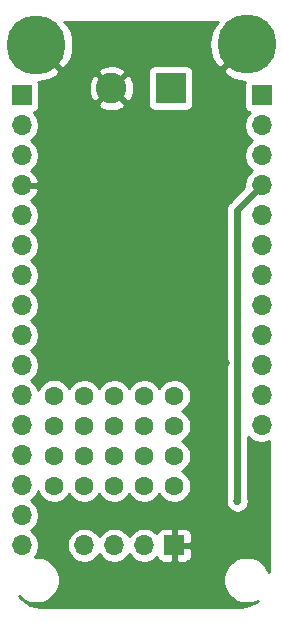
<source format=gbr>
%TF.GenerationSoftware,KiCad,Pcbnew,5.1.6-c6e7f7d~87~ubuntu18.04.1*%
%TF.CreationDate,2020-09-16T17:40:28-07:00*%
%TF.ProjectId,feather-power-supply-sw-smd,66656174-6865-4722-9d70-6f7765722d73,rev?*%
%TF.SameCoordinates,Original*%
%TF.FileFunction,Copper,L2,Bot*%
%TF.FilePolarity,Positive*%
%FSLAX46Y46*%
G04 Gerber Fmt 4.6, Leading zero omitted, Abs format (unit mm)*
G04 Created by KiCad (PCBNEW 5.1.6-c6e7f7d~87~ubuntu18.04.1) date 2020-09-16 17:40:28*
%MOMM*%
%LPD*%
G01*
G04 APERTURE LIST*
%TA.AperFunction,ComponentPad*%
%ADD10C,1.600000*%
%TD*%
%TA.AperFunction,ComponentPad*%
%ADD11O,1.700000X1.700000*%
%TD*%
%TA.AperFunction,ComponentPad*%
%ADD12R,1.700000X1.700000*%
%TD*%
%TA.AperFunction,ComponentPad*%
%ADD13R,2.600000X2.600000*%
%TD*%
%TA.AperFunction,ComponentPad*%
%ADD14C,2.600000*%
%TD*%
%TA.AperFunction,ComponentPad*%
%ADD15C,5.000000*%
%TD*%
%TA.AperFunction,ViaPad*%
%ADD16C,0.685800*%
%TD*%
%TA.AperFunction,Conductor*%
%ADD17C,0.609600*%
%TD*%
%TA.AperFunction,Conductor*%
%ADD18C,0.254000*%
%TD*%
G04 APERTURE END LIST*
D10*
%TO.P,REF\u002A\u002A,18*%
%TO.N,N/C*%
X137414000Y-91440000D03*
%TO.P,REF\u002A\u002A,17*%
X139954000Y-91440000D03*
%TO.P,REF\u002A\u002A,20*%
X132334000Y-91414600D03*
%TO.P,REF\u002A\u002A,19*%
X134874000Y-91440000D03*
%TO.P,REF\u002A\u002A,16*%
X142494000Y-91440000D03*
%TO.P,REF\u002A\u002A,12*%
X139954000Y-93980000D03*
%TO.P,REF\u002A\u002A,15*%
X132334000Y-93980000D03*
%TO.P,REF\u002A\u002A,11*%
X142494000Y-93980000D03*
%TO.P,REF\u002A\u002A,14*%
X134874000Y-93980000D03*
%TO.P,REF\u002A\u002A,13*%
X137414000Y-93980000D03*
%TO.P,REF\u002A\u002A,9*%
X134874000Y-96520000D03*
%TO.P,REF\u002A\u002A,10*%
X132334000Y-96520000D03*
%TO.P,REF\u002A\u002A,7*%
X139954000Y-96520000D03*
%TO.P,REF\u002A\u002A,8*%
X137414000Y-96520000D03*
%TO.P,REF\u002A\u002A,6*%
X142494000Y-96520000D03*
%TO.P,REF\u002A\u002A,1*%
X142494000Y-99060000D03*
%TO.P,REF\u002A\u002A,3*%
X137414000Y-99060000D03*
%TO.P,REF\u002A\u002A,4*%
X134874000Y-99060000D03*
%TO.P,REF\u002A\u002A,5*%
X132334000Y-99060000D03*
%TO.P,REF\u002A\u002A,2*%
X139954000Y-99060000D03*
%TD*%
D11*
%TO.P,J5,4*%
%TO.N,/SDA*%
X134874000Y-104063800D03*
%TO.P,J5,3*%
%TO.N,/SCL*%
X137414000Y-104063800D03*
%TO.P,J5,2*%
%TO.N,VUSB*%
X139954000Y-104063800D03*
D12*
%TO.P,J5,1*%
%TO.N,GND*%
X142494000Y-104063800D03*
%TD*%
D13*
%TO.P,J1,1*%
%TO.N,Net-(F1-Pad1)*%
X142176500Y-65366900D03*
D14*
%TO.P,J1,2*%
%TO.N,GND*%
X137176500Y-65366900D03*
%TD*%
D15*
%TO.P,H2,1*%
%TO.N,GND*%
X148615400Y-61671200D03*
%TD*%
%TO.P,H1,1*%
%TO.N,GND*%
X130810000Y-61696600D03*
%TD*%
D11*
%TO.P,J3,16*%
%TO.N,Net-(J3-Pad16)*%
X129565400Y-104089200D03*
%TO.P,J3,15*%
%TO.N,Net-(J3-Pad15)*%
X129565400Y-101549200D03*
%TO.P,J3,14*%
%TO.N,Net-(J3-Pad14)*%
X129565400Y-99009200D03*
%TO.P,J3,13*%
%TO.N,Net-(J3-Pad13)*%
X129565400Y-96469200D03*
%TO.P,J3,12*%
%TO.N,Net-(J3-Pad12)*%
X129565400Y-93929200D03*
%TO.P,J3,11*%
%TO.N,Net-(J3-Pad11)*%
X129565400Y-91389200D03*
%TO.P,J3,10*%
%TO.N,Net-(J3-Pad10)*%
X129565400Y-88849200D03*
%TO.P,J3,9*%
%TO.N,Net-(J3-Pad9)*%
X129565400Y-86309200D03*
%TO.P,J3,8*%
%TO.N,Net-(J3-Pad8)*%
X129565400Y-83769200D03*
%TO.P,J3,7*%
%TO.N,Net-(J3-Pad7)*%
X129565400Y-81229200D03*
%TO.P,J3,6*%
%TO.N,/A1*%
X129565400Y-78689200D03*
%TO.P,J3,5*%
%TO.N,Net-(J3-Pad5)*%
X129565400Y-76149200D03*
%TO.P,J3,4*%
%TO.N,GND*%
X129565400Y-73609200D03*
%TO.P,J3,3*%
%TO.N,Net-(J3-Pad3)*%
X129565400Y-71069200D03*
%TO.P,J3,2*%
%TO.N,Net-(J3-Pad2)*%
X129565400Y-68529200D03*
D12*
%TO.P,J3,1*%
%TO.N,Net-(J3-Pad1)*%
X129565400Y-65989200D03*
%TD*%
%TO.P,J2,1*%
%TO.N,Net-(J2-Pad1)*%
X149885400Y-65989200D03*
D11*
%TO.P,J2,2*%
%TO.N,+3V3*%
X149885400Y-68529200D03*
%TO.P,J2,3*%
%TO.N,Net-(J2-Pad3)*%
X149885400Y-71069200D03*
%TO.P,J2,4*%
%TO.N,VUSB*%
X149885400Y-73609200D03*
%TO.P,J2,5*%
%TO.N,Net-(J2-Pad5)*%
X149885400Y-76149200D03*
%TO.P,J2,6*%
%TO.N,Net-(J2-Pad6)*%
X149885400Y-78689200D03*
%TO.P,J2,7*%
%TO.N,Net-(J2-Pad7)*%
X149885400Y-81229200D03*
%TO.P,J2,8*%
%TO.N,Net-(J2-Pad8)*%
X149885400Y-83769200D03*
%TO.P,J2,9*%
%TO.N,Net-(J2-Pad9)*%
X149885400Y-86309200D03*
%TO.P,J2,10*%
%TO.N,Net-(J2-Pad10)*%
X149885400Y-88849200D03*
%TO.P,J2,11*%
%TO.N,/SCL*%
X149885400Y-91389200D03*
%TO.P,J2,12*%
%TO.N,/SDA*%
X149885400Y-93929200D03*
%TD*%
D16*
%TO.N,VUSB*%
X147828012Y-100330000D03*
%TO.N,GND*%
X133591300Y-69164200D03*
X145986500Y-88633300D03*
X146875500Y-88633300D03*
X134620000Y-59994800D03*
X135921750Y-59994800D03*
X138525250Y-59994800D03*
X137223500Y-59994800D03*
X142430500Y-59994800D03*
X143732250Y-59994800D03*
X141128750Y-59994800D03*
X145034000Y-59994800D03*
X139827000Y-59994800D03*
X131800600Y-84861400D03*
X132537200Y-84861400D03*
X135229600Y-86207600D03*
X136067800Y-86207600D03*
X142138400Y-76276200D03*
X142138400Y-77165200D03*
X142011400Y-72847200D03*
X142011400Y-73736200D03*
X146685000Y-96215200D03*
X139088090Y-109016800D03*
X144084962Y-109016800D03*
X135340436Y-109016800D03*
X142835744Y-109016800D03*
X134091218Y-109016800D03*
X137838872Y-109016800D03*
X136589654Y-109016800D03*
X141586526Y-109016800D03*
X140337308Y-109016800D03*
X145334180Y-109016800D03*
X133629400Y-80010000D03*
X141211300Y-84048600D03*
X141211300Y-83210400D03*
X139979400Y-78435200D03*
X140411200Y-83210400D03*
X132842000Y-109016800D03*
X146583400Y-109004100D03*
X141478000Y-69900800D03*
X143976436Y-69900800D03*
X140101780Y-75006200D03*
X142011400Y-75006200D03*
X142011400Y-71501000D03*
X140101780Y-71501000D03*
X140335000Y-89789000D03*
X144526000Y-86487000D03*
X144780000Y-94996000D03*
X144272000Y-101854000D03*
%TD*%
D17*
%TO.N,VUSB*%
X147828012Y-75666588D02*
X147828012Y-100330000D01*
X149885400Y-73609200D02*
X147828012Y-75666588D01*
%TD*%
D18*
%TO.N,GND*%
G36*
X145994282Y-59923827D02*
G01*
X145703751Y-60468757D01*
X145525113Y-61059896D01*
X145465232Y-61674528D01*
X145526410Y-62289031D01*
X145706297Y-62879792D01*
X145994282Y-63418573D01*
X146412252Y-63694743D01*
X148435795Y-61671200D01*
X148421653Y-61657058D01*
X148601258Y-61477453D01*
X148615400Y-61491595D01*
X148629543Y-61477453D01*
X148809148Y-61657058D01*
X148795005Y-61671200D01*
X148809148Y-61685343D01*
X148629543Y-61864948D01*
X148615400Y-61850805D01*
X146591857Y-63874348D01*
X146868027Y-64292318D01*
X147412957Y-64582849D01*
X148004096Y-64761487D01*
X148491873Y-64809009D01*
X148445898Y-64895020D01*
X148409588Y-65014718D01*
X148397328Y-65139200D01*
X148397328Y-66839200D01*
X148409588Y-66963682D01*
X148445898Y-67083380D01*
X148504863Y-67193694D01*
X148584215Y-67290385D01*
X148680906Y-67369737D01*
X148791220Y-67428702D01*
X148863780Y-67450713D01*
X148731925Y-67582568D01*
X148569410Y-67825789D01*
X148457468Y-68096042D01*
X148400400Y-68382940D01*
X148400400Y-68675460D01*
X148457468Y-68962358D01*
X148569410Y-69232611D01*
X148731925Y-69475832D01*
X148938768Y-69682675D01*
X149113160Y-69799200D01*
X148938768Y-69915725D01*
X148731925Y-70122568D01*
X148569410Y-70365789D01*
X148457468Y-70636042D01*
X148400400Y-70922940D01*
X148400400Y-71215460D01*
X148457468Y-71502358D01*
X148569410Y-71772611D01*
X148731925Y-72015832D01*
X148938768Y-72222675D01*
X149113160Y-72339200D01*
X148938768Y-72455725D01*
X148731925Y-72662568D01*
X148569410Y-72905789D01*
X148457468Y-73176042D01*
X148400400Y-73462940D01*
X148400400Y-73755460D01*
X148402003Y-73763520D01*
X147196127Y-74969397D01*
X147160258Y-74998834D01*
X147042816Y-75141937D01*
X146955549Y-75305203D01*
X146901810Y-75482356D01*
X146888212Y-75620422D01*
X146888212Y-75620431D01*
X146883666Y-75666588D01*
X146888212Y-75712745D01*
X146888213Y-100043499D01*
X146887692Y-100044757D01*
X146850112Y-100233685D01*
X146850112Y-100426315D01*
X146887692Y-100615243D01*
X146961408Y-100793210D01*
X147068427Y-100953375D01*
X147204637Y-101089585D01*
X147364802Y-101196604D01*
X147542769Y-101270320D01*
X147731697Y-101307900D01*
X147924327Y-101307900D01*
X148113255Y-101270320D01*
X148291222Y-101196604D01*
X148451387Y-101089585D01*
X148587597Y-100953375D01*
X148694616Y-100793210D01*
X148768332Y-100615243D01*
X148805912Y-100426315D01*
X148805912Y-100233685D01*
X148768332Y-100044757D01*
X148767812Y-100043502D01*
X148767812Y-94911719D01*
X148938768Y-95082675D01*
X149181989Y-95245190D01*
X149452242Y-95357132D01*
X149739140Y-95414200D01*
X150031660Y-95414200D01*
X150318558Y-95357132D01*
X150495401Y-95283882D01*
X150495401Y-106361868D01*
X150374485Y-106069950D01*
X150157251Y-105744836D01*
X149880764Y-105468349D01*
X149555650Y-105251115D01*
X149194403Y-105101482D01*
X148810905Y-105025200D01*
X148419895Y-105025200D01*
X148036397Y-105101482D01*
X147675150Y-105251115D01*
X147350036Y-105468349D01*
X147073549Y-105744836D01*
X146856315Y-106069950D01*
X146706682Y-106431197D01*
X146630400Y-106814695D01*
X146630400Y-107205705D01*
X146706682Y-107589203D01*
X146856315Y-107950450D01*
X147073549Y-108275564D01*
X147350036Y-108552051D01*
X147675150Y-108769285D01*
X148036397Y-108918918D01*
X148419895Y-108995200D01*
X148810905Y-108995200D01*
X149194403Y-108918918D01*
X149546382Y-108773124D01*
X149440981Y-108860319D01*
X149031562Y-109081691D01*
X148586935Y-109219326D01*
X148093390Y-109271200D01*
X131121678Y-109271200D01*
X130675518Y-109227454D01*
X130277401Y-109107255D01*
X129910215Y-108912019D01*
X129587939Y-108649177D01*
X129330163Y-108337578D01*
X129544636Y-108552051D01*
X129869750Y-108769285D01*
X130230997Y-108918918D01*
X130614495Y-108995200D01*
X131005505Y-108995200D01*
X131389003Y-108918918D01*
X131750250Y-108769285D01*
X132075364Y-108552051D01*
X132351851Y-108275564D01*
X132569085Y-107950450D01*
X132718718Y-107589203D01*
X132795000Y-107205705D01*
X132795000Y-106814695D01*
X132718718Y-106431197D01*
X132569085Y-106069950D01*
X132351851Y-105744836D01*
X132075364Y-105468349D01*
X131750250Y-105251115D01*
X131389003Y-105101482D01*
X131005505Y-105025200D01*
X130725979Y-105025200D01*
X130881390Y-104792611D01*
X130993332Y-104522358D01*
X131050400Y-104235460D01*
X131050400Y-103942940D01*
X131045348Y-103917540D01*
X133389000Y-103917540D01*
X133389000Y-104210060D01*
X133446068Y-104496958D01*
X133558010Y-104767211D01*
X133720525Y-105010432D01*
X133927368Y-105217275D01*
X134170589Y-105379790D01*
X134440842Y-105491732D01*
X134727740Y-105548800D01*
X135020260Y-105548800D01*
X135307158Y-105491732D01*
X135577411Y-105379790D01*
X135820632Y-105217275D01*
X136027475Y-105010432D01*
X136144000Y-104836040D01*
X136260525Y-105010432D01*
X136467368Y-105217275D01*
X136710589Y-105379790D01*
X136980842Y-105491732D01*
X137267740Y-105548800D01*
X137560260Y-105548800D01*
X137847158Y-105491732D01*
X138117411Y-105379790D01*
X138360632Y-105217275D01*
X138567475Y-105010432D01*
X138684000Y-104836040D01*
X138800525Y-105010432D01*
X139007368Y-105217275D01*
X139250589Y-105379790D01*
X139520842Y-105491732D01*
X139807740Y-105548800D01*
X140100260Y-105548800D01*
X140387158Y-105491732D01*
X140657411Y-105379790D01*
X140900632Y-105217275D01*
X141032487Y-105085420D01*
X141054498Y-105157980D01*
X141113463Y-105268294D01*
X141192815Y-105364985D01*
X141289506Y-105444337D01*
X141399820Y-105503302D01*
X141519518Y-105539612D01*
X141644000Y-105551872D01*
X142208250Y-105548800D01*
X142367000Y-105390050D01*
X142367000Y-104190800D01*
X142621000Y-104190800D01*
X142621000Y-105390050D01*
X142779750Y-105548800D01*
X143344000Y-105551872D01*
X143468482Y-105539612D01*
X143588180Y-105503302D01*
X143698494Y-105444337D01*
X143795185Y-105364985D01*
X143874537Y-105268294D01*
X143933502Y-105157980D01*
X143969812Y-105038282D01*
X143982072Y-104913800D01*
X143979000Y-104349550D01*
X143820250Y-104190800D01*
X142621000Y-104190800D01*
X142367000Y-104190800D01*
X142347000Y-104190800D01*
X142347000Y-103936800D01*
X142367000Y-103936800D01*
X142367000Y-102737550D01*
X142621000Y-102737550D01*
X142621000Y-103936800D01*
X143820250Y-103936800D01*
X143979000Y-103778050D01*
X143982072Y-103213800D01*
X143969812Y-103089318D01*
X143933502Y-102969620D01*
X143874537Y-102859306D01*
X143795185Y-102762615D01*
X143698494Y-102683263D01*
X143588180Y-102624298D01*
X143468482Y-102587988D01*
X143344000Y-102575728D01*
X142779750Y-102578800D01*
X142621000Y-102737550D01*
X142367000Y-102737550D01*
X142208250Y-102578800D01*
X141644000Y-102575728D01*
X141519518Y-102587988D01*
X141399820Y-102624298D01*
X141289506Y-102683263D01*
X141192815Y-102762615D01*
X141113463Y-102859306D01*
X141054498Y-102969620D01*
X141032487Y-103042180D01*
X140900632Y-102910325D01*
X140657411Y-102747810D01*
X140387158Y-102635868D01*
X140100260Y-102578800D01*
X139807740Y-102578800D01*
X139520842Y-102635868D01*
X139250589Y-102747810D01*
X139007368Y-102910325D01*
X138800525Y-103117168D01*
X138684000Y-103291560D01*
X138567475Y-103117168D01*
X138360632Y-102910325D01*
X138117411Y-102747810D01*
X137847158Y-102635868D01*
X137560260Y-102578800D01*
X137267740Y-102578800D01*
X136980842Y-102635868D01*
X136710589Y-102747810D01*
X136467368Y-102910325D01*
X136260525Y-103117168D01*
X136144000Y-103291560D01*
X136027475Y-103117168D01*
X135820632Y-102910325D01*
X135577411Y-102747810D01*
X135307158Y-102635868D01*
X135020260Y-102578800D01*
X134727740Y-102578800D01*
X134440842Y-102635868D01*
X134170589Y-102747810D01*
X133927368Y-102910325D01*
X133720525Y-103117168D01*
X133558010Y-103360389D01*
X133446068Y-103630642D01*
X133389000Y-103917540D01*
X131045348Y-103917540D01*
X130993332Y-103656042D01*
X130881390Y-103385789D01*
X130718875Y-103142568D01*
X130512032Y-102935725D01*
X130337640Y-102819200D01*
X130512032Y-102702675D01*
X130718875Y-102495832D01*
X130881390Y-102252611D01*
X130993332Y-101982358D01*
X131050400Y-101695460D01*
X131050400Y-101402940D01*
X130993332Y-101116042D01*
X130881390Y-100845789D01*
X130718875Y-100602568D01*
X130512032Y-100395725D01*
X130337640Y-100279200D01*
X130512032Y-100162675D01*
X130718875Y-99955832D01*
X130881390Y-99712611D01*
X130966239Y-99507767D01*
X131062320Y-99739727D01*
X131219363Y-99974759D01*
X131419241Y-100174637D01*
X131654273Y-100331680D01*
X131915426Y-100439853D01*
X132192665Y-100495000D01*
X132475335Y-100495000D01*
X132752574Y-100439853D01*
X133013727Y-100331680D01*
X133248759Y-100174637D01*
X133448637Y-99974759D01*
X133604000Y-99742241D01*
X133759363Y-99974759D01*
X133959241Y-100174637D01*
X134194273Y-100331680D01*
X134455426Y-100439853D01*
X134732665Y-100495000D01*
X135015335Y-100495000D01*
X135292574Y-100439853D01*
X135553727Y-100331680D01*
X135788759Y-100174637D01*
X135988637Y-99974759D01*
X136144000Y-99742241D01*
X136299363Y-99974759D01*
X136499241Y-100174637D01*
X136734273Y-100331680D01*
X136995426Y-100439853D01*
X137272665Y-100495000D01*
X137555335Y-100495000D01*
X137832574Y-100439853D01*
X138093727Y-100331680D01*
X138328759Y-100174637D01*
X138528637Y-99974759D01*
X138684000Y-99742241D01*
X138839363Y-99974759D01*
X139039241Y-100174637D01*
X139274273Y-100331680D01*
X139535426Y-100439853D01*
X139812665Y-100495000D01*
X140095335Y-100495000D01*
X140372574Y-100439853D01*
X140633727Y-100331680D01*
X140868759Y-100174637D01*
X141068637Y-99974759D01*
X141224000Y-99742241D01*
X141379363Y-99974759D01*
X141579241Y-100174637D01*
X141814273Y-100331680D01*
X142075426Y-100439853D01*
X142352665Y-100495000D01*
X142635335Y-100495000D01*
X142912574Y-100439853D01*
X143173727Y-100331680D01*
X143408759Y-100174637D01*
X143608637Y-99974759D01*
X143765680Y-99739727D01*
X143873853Y-99478574D01*
X143929000Y-99201335D01*
X143929000Y-98918665D01*
X143873853Y-98641426D01*
X143765680Y-98380273D01*
X143608637Y-98145241D01*
X143408759Y-97945363D01*
X143176241Y-97790000D01*
X143408759Y-97634637D01*
X143608637Y-97434759D01*
X143765680Y-97199727D01*
X143873853Y-96938574D01*
X143929000Y-96661335D01*
X143929000Y-96378665D01*
X143873853Y-96101426D01*
X143765680Y-95840273D01*
X143608637Y-95605241D01*
X143408759Y-95405363D01*
X143176241Y-95250000D01*
X143408759Y-95094637D01*
X143608637Y-94894759D01*
X143765680Y-94659727D01*
X143873853Y-94398574D01*
X143929000Y-94121335D01*
X143929000Y-93838665D01*
X143873853Y-93561426D01*
X143765680Y-93300273D01*
X143608637Y-93065241D01*
X143408759Y-92865363D01*
X143176241Y-92710000D01*
X143408759Y-92554637D01*
X143608637Y-92354759D01*
X143765680Y-92119727D01*
X143873853Y-91858574D01*
X143929000Y-91581335D01*
X143929000Y-91298665D01*
X143873853Y-91021426D01*
X143765680Y-90760273D01*
X143608637Y-90525241D01*
X143408759Y-90325363D01*
X143173727Y-90168320D01*
X142912574Y-90060147D01*
X142635335Y-90005000D01*
X142352665Y-90005000D01*
X142075426Y-90060147D01*
X141814273Y-90168320D01*
X141579241Y-90325363D01*
X141379363Y-90525241D01*
X141224000Y-90757759D01*
X141068637Y-90525241D01*
X140868759Y-90325363D01*
X140633727Y-90168320D01*
X140372574Y-90060147D01*
X140095335Y-90005000D01*
X139812665Y-90005000D01*
X139535426Y-90060147D01*
X139274273Y-90168320D01*
X139039241Y-90325363D01*
X138839363Y-90525241D01*
X138684000Y-90757759D01*
X138528637Y-90525241D01*
X138328759Y-90325363D01*
X138093727Y-90168320D01*
X137832574Y-90060147D01*
X137555335Y-90005000D01*
X137272665Y-90005000D01*
X136995426Y-90060147D01*
X136734273Y-90168320D01*
X136499241Y-90325363D01*
X136299363Y-90525241D01*
X136144000Y-90757759D01*
X135988637Y-90525241D01*
X135788759Y-90325363D01*
X135553727Y-90168320D01*
X135292574Y-90060147D01*
X135015335Y-90005000D01*
X134732665Y-90005000D01*
X134455426Y-90060147D01*
X134194273Y-90168320D01*
X133959241Y-90325363D01*
X133759363Y-90525241D01*
X133610889Y-90747449D01*
X133605680Y-90734873D01*
X133448637Y-90499841D01*
X133248759Y-90299963D01*
X133013727Y-90142920D01*
X132752574Y-90034747D01*
X132475335Y-89979600D01*
X132192665Y-89979600D01*
X131915426Y-90034747D01*
X131654273Y-90142920D01*
X131419241Y-90299963D01*
X131219363Y-90499841D01*
X131062320Y-90734873D01*
X130982020Y-90928733D01*
X130881390Y-90685789D01*
X130718875Y-90442568D01*
X130512032Y-90235725D01*
X130337640Y-90119200D01*
X130512032Y-90002675D01*
X130718875Y-89795832D01*
X130881390Y-89552611D01*
X130993332Y-89282358D01*
X131050400Y-88995460D01*
X131050400Y-88702940D01*
X130993332Y-88416042D01*
X130881390Y-88145789D01*
X130718875Y-87902568D01*
X130512032Y-87695725D01*
X130337640Y-87579200D01*
X130512032Y-87462675D01*
X130718875Y-87255832D01*
X130881390Y-87012611D01*
X130993332Y-86742358D01*
X131050400Y-86455460D01*
X131050400Y-86162940D01*
X130993332Y-85876042D01*
X130881390Y-85605789D01*
X130718875Y-85362568D01*
X130512032Y-85155725D01*
X130337640Y-85039200D01*
X130512032Y-84922675D01*
X130718875Y-84715832D01*
X130881390Y-84472611D01*
X130993332Y-84202358D01*
X131050400Y-83915460D01*
X131050400Y-83622940D01*
X130993332Y-83336042D01*
X130881390Y-83065789D01*
X130718875Y-82822568D01*
X130512032Y-82615725D01*
X130337640Y-82499200D01*
X130512032Y-82382675D01*
X130718875Y-82175832D01*
X130881390Y-81932611D01*
X130993332Y-81662358D01*
X131050400Y-81375460D01*
X131050400Y-81082940D01*
X130993332Y-80796042D01*
X130881390Y-80525789D01*
X130718875Y-80282568D01*
X130512032Y-80075725D01*
X130337640Y-79959200D01*
X130512032Y-79842675D01*
X130718875Y-79635832D01*
X130881390Y-79392611D01*
X130993332Y-79122358D01*
X131050400Y-78835460D01*
X131050400Y-78542940D01*
X130993332Y-78256042D01*
X130881390Y-77985789D01*
X130718875Y-77742568D01*
X130512032Y-77535725D01*
X130337640Y-77419200D01*
X130512032Y-77302675D01*
X130718875Y-77095832D01*
X130881390Y-76852611D01*
X130993332Y-76582358D01*
X131050400Y-76295460D01*
X131050400Y-76002940D01*
X130993332Y-75716042D01*
X130881390Y-75445789D01*
X130718875Y-75202568D01*
X130512032Y-74995725D01*
X130329866Y-74874005D01*
X130446755Y-74804378D01*
X130662988Y-74609469D01*
X130837041Y-74376120D01*
X130962225Y-74113299D01*
X131006876Y-73966090D01*
X130885555Y-73736200D01*
X129692400Y-73736200D01*
X129692400Y-73756200D01*
X129438400Y-73756200D01*
X129438400Y-73736200D01*
X129418400Y-73736200D01*
X129418400Y-73482200D01*
X129438400Y-73482200D01*
X129438400Y-73462200D01*
X129692400Y-73462200D01*
X129692400Y-73482200D01*
X130885555Y-73482200D01*
X131006876Y-73252310D01*
X130962225Y-73105101D01*
X130837041Y-72842280D01*
X130662988Y-72608931D01*
X130446755Y-72414022D01*
X130329866Y-72344395D01*
X130512032Y-72222675D01*
X130718875Y-72015832D01*
X130881390Y-71772611D01*
X130993332Y-71502358D01*
X131050400Y-71215460D01*
X131050400Y-70922940D01*
X130993332Y-70636042D01*
X130881390Y-70365789D01*
X130718875Y-70122568D01*
X130512032Y-69915725D01*
X130337640Y-69799200D01*
X130512032Y-69682675D01*
X130718875Y-69475832D01*
X130881390Y-69232611D01*
X130993332Y-68962358D01*
X131050400Y-68675460D01*
X131050400Y-68382940D01*
X130993332Y-68096042D01*
X130881390Y-67825789D01*
X130718875Y-67582568D01*
X130587020Y-67450713D01*
X130659580Y-67428702D01*
X130769894Y-67369737D01*
X130866585Y-67290385D01*
X130945937Y-67193694D01*
X131004902Y-67083380D01*
X131041212Y-66963682D01*
X131053472Y-66839200D01*
X131053472Y-66716124D01*
X136006881Y-66716124D01*
X136138817Y-67011212D01*
X136479545Y-67182059D01*
X136847057Y-67283150D01*
X137227229Y-67310601D01*
X137605451Y-67263357D01*
X137967190Y-67143233D01*
X138214183Y-67011212D01*
X138346119Y-66716124D01*
X137176500Y-65546505D01*
X136006881Y-66716124D01*
X131053472Y-66716124D01*
X131053472Y-65417629D01*
X135232799Y-65417629D01*
X135280043Y-65795851D01*
X135400167Y-66157590D01*
X135532188Y-66404583D01*
X135827276Y-66536519D01*
X136996895Y-65366900D01*
X137356105Y-65366900D01*
X138525724Y-66536519D01*
X138820812Y-66404583D01*
X138991659Y-66063855D01*
X139092750Y-65696343D01*
X139120201Y-65316171D01*
X139072957Y-64937949D01*
X138952833Y-64576210D01*
X138820812Y-64329217D01*
X138525724Y-64197281D01*
X137356105Y-65366900D01*
X136996895Y-65366900D01*
X135827276Y-64197281D01*
X135532188Y-64329217D01*
X135361341Y-64669945D01*
X135260250Y-65037457D01*
X135232799Y-65417629D01*
X131053472Y-65417629D01*
X131053472Y-65139200D01*
X131041212Y-65014718D01*
X131004902Y-64895020D01*
X130970734Y-64831097D01*
X131427831Y-64785590D01*
X132018592Y-64605703D01*
X132557373Y-64317718D01*
X132755623Y-64017676D01*
X136006881Y-64017676D01*
X137176500Y-65187295D01*
X138296895Y-64066900D01*
X140238428Y-64066900D01*
X140238428Y-66666900D01*
X140250688Y-66791382D01*
X140286998Y-66911080D01*
X140345963Y-67021394D01*
X140425315Y-67118085D01*
X140522006Y-67197437D01*
X140632320Y-67256402D01*
X140752018Y-67292712D01*
X140876500Y-67304972D01*
X143476500Y-67304972D01*
X143600982Y-67292712D01*
X143720680Y-67256402D01*
X143830994Y-67197437D01*
X143927685Y-67118085D01*
X144007037Y-67021394D01*
X144066002Y-66911080D01*
X144102312Y-66791382D01*
X144114572Y-66666900D01*
X144114572Y-64066900D01*
X144102312Y-63942418D01*
X144066002Y-63822720D01*
X144007037Y-63712406D01*
X143927685Y-63615715D01*
X143830994Y-63536363D01*
X143720680Y-63477398D01*
X143600982Y-63441088D01*
X143476500Y-63428828D01*
X140876500Y-63428828D01*
X140752018Y-63441088D01*
X140632320Y-63477398D01*
X140522006Y-63536363D01*
X140425315Y-63615715D01*
X140345963Y-63712406D01*
X140286998Y-63822720D01*
X140250688Y-63942418D01*
X140238428Y-64066900D01*
X138296895Y-64066900D01*
X138346119Y-64017676D01*
X138214183Y-63722588D01*
X137873455Y-63551741D01*
X137505943Y-63450650D01*
X137125771Y-63423199D01*
X136747549Y-63470443D01*
X136385810Y-63590567D01*
X136138817Y-63722588D01*
X136006881Y-64017676D01*
X132755623Y-64017676D01*
X132833543Y-63899748D01*
X130810000Y-61876205D01*
X130795858Y-61890348D01*
X130616253Y-61710743D01*
X130630395Y-61696600D01*
X130616253Y-61682458D01*
X130795858Y-61502853D01*
X130810000Y-61516995D01*
X130824143Y-61502853D01*
X131003748Y-61682458D01*
X130989605Y-61696600D01*
X133013148Y-63720143D01*
X133431118Y-63443973D01*
X133721649Y-62899043D01*
X133900287Y-62307904D01*
X133960168Y-61693272D01*
X133898990Y-61078769D01*
X133719103Y-60488008D01*
X133431118Y-59949227D01*
X133191952Y-59791200D01*
X146195007Y-59791200D01*
X145994282Y-59923827D01*
G37*
X145994282Y-59923827D02*
X145703751Y-60468757D01*
X145525113Y-61059896D01*
X145465232Y-61674528D01*
X145526410Y-62289031D01*
X145706297Y-62879792D01*
X145994282Y-63418573D01*
X146412252Y-63694743D01*
X148435795Y-61671200D01*
X148421653Y-61657058D01*
X148601258Y-61477453D01*
X148615400Y-61491595D01*
X148629543Y-61477453D01*
X148809148Y-61657058D01*
X148795005Y-61671200D01*
X148809148Y-61685343D01*
X148629543Y-61864948D01*
X148615400Y-61850805D01*
X146591857Y-63874348D01*
X146868027Y-64292318D01*
X147412957Y-64582849D01*
X148004096Y-64761487D01*
X148491873Y-64809009D01*
X148445898Y-64895020D01*
X148409588Y-65014718D01*
X148397328Y-65139200D01*
X148397328Y-66839200D01*
X148409588Y-66963682D01*
X148445898Y-67083380D01*
X148504863Y-67193694D01*
X148584215Y-67290385D01*
X148680906Y-67369737D01*
X148791220Y-67428702D01*
X148863780Y-67450713D01*
X148731925Y-67582568D01*
X148569410Y-67825789D01*
X148457468Y-68096042D01*
X148400400Y-68382940D01*
X148400400Y-68675460D01*
X148457468Y-68962358D01*
X148569410Y-69232611D01*
X148731925Y-69475832D01*
X148938768Y-69682675D01*
X149113160Y-69799200D01*
X148938768Y-69915725D01*
X148731925Y-70122568D01*
X148569410Y-70365789D01*
X148457468Y-70636042D01*
X148400400Y-70922940D01*
X148400400Y-71215460D01*
X148457468Y-71502358D01*
X148569410Y-71772611D01*
X148731925Y-72015832D01*
X148938768Y-72222675D01*
X149113160Y-72339200D01*
X148938768Y-72455725D01*
X148731925Y-72662568D01*
X148569410Y-72905789D01*
X148457468Y-73176042D01*
X148400400Y-73462940D01*
X148400400Y-73755460D01*
X148402003Y-73763520D01*
X147196127Y-74969397D01*
X147160258Y-74998834D01*
X147042816Y-75141937D01*
X146955549Y-75305203D01*
X146901810Y-75482356D01*
X146888212Y-75620422D01*
X146888212Y-75620431D01*
X146883666Y-75666588D01*
X146888212Y-75712745D01*
X146888213Y-100043499D01*
X146887692Y-100044757D01*
X146850112Y-100233685D01*
X146850112Y-100426315D01*
X146887692Y-100615243D01*
X146961408Y-100793210D01*
X147068427Y-100953375D01*
X147204637Y-101089585D01*
X147364802Y-101196604D01*
X147542769Y-101270320D01*
X147731697Y-101307900D01*
X147924327Y-101307900D01*
X148113255Y-101270320D01*
X148291222Y-101196604D01*
X148451387Y-101089585D01*
X148587597Y-100953375D01*
X148694616Y-100793210D01*
X148768332Y-100615243D01*
X148805912Y-100426315D01*
X148805912Y-100233685D01*
X148768332Y-100044757D01*
X148767812Y-100043502D01*
X148767812Y-94911719D01*
X148938768Y-95082675D01*
X149181989Y-95245190D01*
X149452242Y-95357132D01*
X149739140Y-95414200D01*
X150031660Y-95414200D01*
X150318558Y-95357132D01*
X150495401Y-95283882D01*
X150495401Y-106361868D01*
X150374485Y-106069950D01*
X150157251Y-105744836D01*
X149880764Y-105468349D01*
X149555650Y-105251115D01*
X149194403Y-105101482D01*
X148810905Y-105025200D01*
X148419895Y-105025200D01*
X148036397Y-105101482D01*
X147675150Y-105251115D01*
X147350036Y-105468349D01*
X147073549Y-105744836D01*
X146856315Y-106069950D01*
X146706682Y-106431197D01*
X146630400Y-106814695D01*
X146630400Y-107205705D01*
X146706682Y-107589203D01*
X146856315Y-107950450D01*
X147073549Y-108275564D01*
X147350036Y-108552051D01*
X147675150Y-108769285D01*
X148036397Y-108918918D01*
X148419895Y-108995200D01*
X148810905Y-108995200D01*
X149194403Y-108918918D01*
X149546382Y-108773124D01*
X149440981Y-108860319D01*
X149031562Y-109081691D01*
X148586935Y-109219326D01*
X148093390Y-109271200D01*
X131121678Y-109271200D01*
X130675518Y-109227454D01*
X130277401Y-109107255D01*
X129910215Y-108912019D01*
X129587939Y-108649177D01*
X129330163Y-108337578D01*
X129544636Y-108552051D01*
X129869750Y-108769285D01*
X130230997Y-108918918D01*
X130614495Y-108995200D01*
X131005505Y-108995200D01*
X131389003Y-108918918D01*
X131750250Y-108769285D01*
X132075364Y-108552051D01*
X132351851Y-108275564D01*
X132569085Y-107950450D01*
X132718718Y-107589203D01*
X132795000Y-107205705D01*
X132795000Y-106814695D01*
X132718718Y-106431197D01*
X132569085Y-106069950D01*
X132351851Y-105744836D01*
X132075364Y-105468349D01*
X131750250Y-105251115D01*
X131389003Y-105101482D01*
X131005505Y-105025200D01*
X130725979Y-105025200D01*
X130881390Y-104792611D01*
X130993332Y-104522358D01*
X131050400Y-104235460D01*
X131050400Y-103942940D01*
X131045348Y-103917540D01*
X133389000Y-103917540D01*
X133389000Y-104210060D01*
X133446068Y-104496958D01*
X133558010Y-104767211D01*
X133720525Y-105010432D01*
X133927368Y-105217275D01*
X134170589Y-105379790D01*
X134440842Y-105491732D01*
X134727740Y-105548800D01*
X135020260Y-105548800D01*
X135307158Y-105491732D01*
X135577411Y-105379790D01*
X135820632Y-105217275D01*
X136027475Y-105010432D01*
X136144000Y-104836040D01*
X136260525Y-105010432D01*
X136467368Y-105217275D01*
X136710589Y-105379790D01*
X136980842Y-105491732D01*
X137267740Y-105548800D01*
X137560260Y-105548800D01*
X137847158Y-105491732D01*
X138117411Y-105379790D01*
X138360632Y-105217275D01*
X138567475Y-105010432D01*
X138684000Y-104836040D01*
X138800525Y-105010432D01*
X139007368Y-105217275D01*
X139250589Y-105379790D01*
X139520842Y-105491732D01*
X139807740Y-105548800D01*
X140100260Y-105548800D01*
X140387158Y-105491732D01*
X140657411Y-105379790D01*
X140900632Y-105217275D01*
X141032487Y-105085420D01*
X141054498Y-105157980D01*
X141113463Y-105268294D01*
X141192815Y-105364985D01*
X141289506Y-105444337D01*
X141399820Y-105503302D01*
X141519518Y-105539612D01*
X141644000Y-105551872D01*
X142208250Y-105548800D01*
X142367000Y-105390050D01*
X142367000Y-104190800D01*
X142621000Y-104190800D01*
X142621000Y-105390050D01*
X142779750Y-105548800D01*
X143344000Y-105551872D01*
X143468482Y-105539612D01*
X143588180Y-105503302D01*
X143698494Y-105444337D01*
X143795185Y-105364985D01*
X143874537Y-105268294D01*
X143933502Y-105157980D01*
X143969812Y-105038282D01*
X143982072Y-104913800D01*
X143979000Y-104349550D01*
X143820250Y-104190800D01*
X142621000Y-104190800D01*
X142367000Y-104190800D01*
X142347000Y-104190800D01*
X142347000Y-103936800D01*
X142367000Y-103936800D01*
X142367000Y-102737550D01*
X142621000Y-102737550D01*
X142621000Y-103936800D01*
X143820250Y-103936800D01*
X143979000Y-103778050D01*
X143982072Y-103213800D01*
X143969812Y-103089318D01*
X143933502Y-102969620D01*
X143874537Y-102859306D01*
X143795185Y-102762615D01*
X143698494Y-102683263D01*
X143588180Y-102624298D01*
X143468482Y-102587988D01*
X143344000Y-102575728D01*
X142779750Y-102578800D01*
X142621000Y-102737550D01*
X142367000Y-102737550D01*
X142208250Y-102578800D01*
X141644000Y-102575728D01*
X141519518Y-102587988D01*
X141399820Y-102624298D01*
X141289506Y-102683263D01*
X141192815Y-102762615D01*
X141113463Y-102859306D01*
X141054498Y-102969620D01*
X141032487Y-103042180D01*
X140900632Y-102910325D01*
X140657411Y-102747810D01*
X140387158Y-102635868D01*
X140100260Y-102578800D01*
X139807740Y-102578800D01*
X139520842Y-102635868D01*
X139250589Y-102747810D01*
X139007368Y-102910325D01*
X138800525Y-103117168D01*
X138684000Y-103291560D01*
X138567475Y-103117168D01*
X138360632Y-102910325D01*
X138117411Y-102747810D01*
X137847158Y-102635868D01*
X137560260Y-102578800D01*
X137267740Y-102578800D01*
X136980842Y-102635868D01*
X136710589Y-102747810D01*
X136467368Y-102910325D01*
X136260525Y-103117168D01*
X136144000Y-103291560D01*
X136027475Y-103117168D01*
X135820632Y-102910325D01*
X135577411Y-102747810D01*
X135307158Y-102635868D01*
X135020260Y-102578800D01*
X134727740Y-102578800D01*
X134440842Y-102635868D01*
X134170589Y-102747810D01*
X133927368Y-102910325D01*
X133720525Y-103117168D01*
X133558010Y-103360389D01*
X133446068Y-103630642D01*
X133389000Y-103917540D01*
X131045348Y-103917540D01*
X130993332Y-103656042D01*
X130881390Y-103385789D01*
X130718875Y-103142568D01*
X130512032Y-102935725D01*
X130337640Y-102819200D01*
X130512032Y-102702675D01*
X130718875Y-102495832D01*
X130881390Y-102252611D01*
X130993332Y-101982358D01*
X131050400Y-101695460D01*
X131050400Y-101402940D01*
X130993332Y-101116042D01*
X130881390Y-100845789D01*
X130718875Y-100602568D01*
X130512032Y-100395725D01*
X130337640Y-100279200D01*
X130512032Y-100162675D01*
X130718875Y-99955832D01*
X130881390Y-99712611D01*
X130966239Y-99507767D01*
X131062320Y-99739727D01*
X131219363Y-99974759D01*
X131419241Y-100174637D01*
X131654273Y-100331680D01*
X131915426Y-100439853D01*
X132192665Y-100495000D01*
X132475335Y-100495000D01*
X132752574Y-100439853D01*
X133013727Y-100331680D01*
X133248759Y-100174637D01*
X133448637Y-99974759D01*
X133604000Y-99742241D01*
X133759363Y-99974759D01*
X133959241Y-100174637D01*
X134194273Y-100331680D01*
X134455426Y-100439853D01*
X134732665Y-100495000D01*
X135015335Y-100495000D01*
X135292574Y-100439853D01*
X135553727Y-100331680D01*
X135788759Y-100174637D01*
X135988637Y-99974759D01*
X136144000Y-99742241D01*
X136299363Y-99974759D01*
X136499241Y-100174637D01*
X136734273Y-100331680D01*
X136995426Y-100439853D01*
X137272665Y-100495000D01*
X137555335Y-100495000D01*
X137832574Y-100439853D01*
X138093727Y-100331680D01*
X138328759Y-100174637D01*
X138528637Y-99974759D01*
X138684000Y-99742241D01*
X138839363Y-99974759D01*
X139039241Y-100174637D01*
X139274273Y-100331680D01*
X139535426Y-100439853D01*
X139812665Y-100495000D01*
X140095335Y-100495000D01*
X140372574Y-100439853D01*
X140633727Y-100331680D01*
X140868759Y-100174637D01*
X141068637Y-99974759D01*
X141224000Y-99742241D01*
X141379363Y-99974759D01*
X141579241Y-100174637D01*
X141814273Y-100331680D01*
X142075426Y-100439853D01*
X142352665Y-100495000D01*
X142635335Y-100495000D01*
X142912574Y-100439853D01*
X143173727Y-100331680D01*
X143408759Y-100174637D01*
X143608637Y-99974759D01*
X143765680Y-99739727D01*
X143873853Y-99478574D01*
X143929000Y-99201335D01*
X143929000Y-98918665D01*
X143873853Y-98641426D01*
X143765680Y-98380273D01*
X143608637Y-98145241D01*
X143408759Y-97945363D01*
X143176241Y-97790000D01*
X143408759Y-97634637D01*
X143608637Y-97434759D01*
X143765680Y-97199727D01*
X143873853Y-96938574D01*
X143929000Y-96661335D01*
X143929000Y-96378665D01*
X143873853Y-96101426D01*
X143765680Y-95840273D01*
X143608637Y-95605241D01*
X143408759Y-95405363D01*
X143176241Y-95250000D01*
X143408759Y-95094637D01*
X143608637Y-94894759D01*
X143765680Y-94659727D01*
X143873853Y-94398574D01*
X143929000Y-94121335D01*
X143929000Y-93838665D01*
X143873853Y-93561426D01*
X143765680Y-93300273D01*
X143608637Y-93065241D01*
X143408759Y-92865363D01*
X143176241Y-92710000D01*
X143408759Y-92554637D01*
X143608637Y-92354759D01*
X143765680Y-92119727D01*
X143873853Y-91858574D01*
X143929000Y-91581335D01*
X143929000Y-91298665D01*
X143873853Y-91021426D01*
X143765680Y-90760273D01*
X143608637Y-90525241D01*
X143408759Y-90325363D01*
X143173727Y-90168320D01*
X142912574Y-90060147D01*
X142635335Y-90005000D01*
X142352665Y-90005000D01*
X142075426Y-90060147D01*
X141814273Y-90168320D01*
X141579241Y-90325363D01*
X141379363Y-90525241D01*
X141224000Y-90757759D01*
X141068637Y-90525241D01*
X140868759Y-90325363D01*
X140633727Y-90168320D01*
X140372574Y-90060147D01*
X140095335Y-90005000D01*
X139812665Y-90005000D01*
X139535426Y-90060147D01*
X139274273Y-90168320D01*
X139039241Y-90325363D01*
X138839363Y-90525241D01*
X138684000Y-90757759D01*
X138528637Y-90525241D01*
X138328759Y-90325363D01*
X138093727Y-90168320D01*
X137832574Y-90060147D01*
X137555335Y-90005000D01*
X137272665Y-90005000D01*
X136995426Y-90060147D01*
X136734273Y-90168320D01*
X136499241Y-90325363D01*
X136299363Y-90525241D01*
X136144000Y-90757759D01*
X135988637Y-90525241D01*
X135788759Y-90325363D01*
X135553727Y-90168320D01*
X135292574Y-90060147D01*
X135015335Y-90005000D01*
X134732665Y-90005000D01*
X134455426Y-90060147D01*
X134194273Y-90168320D01*
X133959241Y-90325363D01*
X133759363Y-90525241D01*
X133610889Y-90747449D01*
X133605680Y-90734873D01*
X133448637Y-90499841D01*
X133248759Y-90299963D01*
X133013727Y-90142920D01*
X132752574Y-90034747D01*
X132475335Y-89979600D01*
X132192665Y-89979600D01*
X131915426Y-90034747D01*
X131654273Y-90142920D01*
X131419241Y-90299963D01*
X131219363Y-90499841D01*
X131062320Y-90734873D01*
X130982020Y-90928733D01*
X130881390Y-90685789D01*
X130718875Y-90442568D01*
X130512032Y-90235725D01*
X130337640Y-90119200D01*
X130512032Y-90002675D01*
X130718875Y-89795832D01*
X130881390Y-89552611D01*
X130993332Y-89282358D01*
X131050400Y-88995460D01*
X131050400Y-88702940D01*
X130993332Y-88416042D01*
X130881390Y-88145789D01*
X130718875Y-87902568D01*
X130512032Y-87695725D01*
X130337640Y-87579200D01*
X130512032Y-87462675D01*
X130718875Y-87255832D01*
X130881390Y-87012611D01*
X130993332Y-86742358D01*
X131050400Y-86455460D01*
X131050400Y-86162940D01*
X130993332Y-85876042D01*
X130881390Y-85605789D01*
X130718875Y-85362568D01*
X130512032Y-85155725D01*
X130337640Y-85039200D01*
X130512032Y-84922675D01*
X130718875Y-84715832D01*
X130881390Y-84472611D01*
X130993332Y-84202358D01*
X131050400Y-83915460D01*
X131050400Y-83622940D01*
X130993332Y-83336042D01*
X130881390Y-83065789D01*
X130718875Y-82822568D01*
X130512032Y-82615725D01*
X130337640Y-82499200D01*
X130512032Y-82382675D01*
X130718875Y-82175832D01*
X130881390Y-81932611D01*
X130993332Y-81662358D01*
X131050400Y-81375460D01*
X131050400Y-81082940D01*
X130993332Y-80796042D01*
X130881390Y-80525789D01*
X130718875Y-80282568D01*
X130512032Y-80075725D01*
X130337640Y-79959200D01*
X130512032Y-79842675D01*
X130718875Y-79635832D01*
X130881390Y-79392611D01*
X130993332Y-79122358D01*
X131050400Y-78835460D01*
X131050400Y-78542940D01*
X130993332Y-78256042D01*
X130881390Y-77985789D01*
X130718875Y-77742568D01*
X130512032Y-77535725D01*
X130337640Y-77419200D01*
X130512032Y-77302675D01*
X130718875Y-77095832D01*
X130881390Y-76852611D01*
X130993332Y-76582358D01*
X131050400Y-76295460D01*
X131050400Y-76002940D01*
X130993332Y-75716042D01*
X130881390Y-75445789D01*
X130718875Y-75202568D01*
X130512032Y-74995725D01*
X130329866Y-74874005D01*
X130446755Y-74804378D01*
X130662988Y-74609469D01*
X130837041Y-74376120D01*
X130962225Y-74113299D01*
X131006876Y-73966090D01*
X130885555Y-73736200D01*
X129692400Y-73736200D01*
X129692400Y-73756200D01*
X129438400Y-73756200D01*
X129438400Y-73736200D01*
X129418400Y-73736200D01*
X129418400Y-73482200D01*
X129438400Y-73482200D01*
X129438400Y-73462200D01*
X129692400Y-73462200D01*
X129692400Y-73482200D01*
X130885555Y-73482200D01*
X131006876Y-73252310D01*
X130962225Y-73105101D01*
X130837041Y-72842280D01*
X130662988Y-72608931D01*
X130446755Y-72414022D01*
X130329866Y-72344395D01*
X130512032Y-72222675D01*
X130718875Y-72015832D01*
X130881390Y-71772611D01*
X130993332Y-71502358D01*
X131050400Y-71215460D01*
X131050400Y-70922940D01*
X130993332Y-70636042D01*
X130881390Y-70365789D01*
X130718875Y-70122568D01*
X130512032Y-69915725D01*
X130337640Y-69799200D01*
X130512032Y-69682675D01*
X130718875Y-69475832D01*
X130881390Y-69232611D01*
X130993332Y-68962358D01*
X131050400Y-68675460D01*
X131050400Y-68382940D01*
X130993332Y-68096042D01*
X130881390Y-67825789D01*
X130718875Y-67582568D01*
X130587020Y-67450713D01*
X130659580Y-67428702D01*
X130769894Y-67369737D01*
X130866585Y-67290385D01*
X130945937Y-67193694D01*
X131004902Y-67083380D01*
X131041212Y-66963682D01*
X131053472Y-66839200D01*
X131053472Y-66716124D01*
X136006881Y-66716124D01*
X136138817Y-67011212D01*
X136479545Y-67182059D01*
X136847057Y-67283150D01*
X137227229Y-67310601D01*
X137605451Y-67263357D01*
X137967190Y-67143233D01*
X138214183Y-67011212D01*
X138346119Y-66716124D01*
X137176500Y-65546505D01*
X136006881Y-66716124D01*
X131053472Y-66716124D01*
X131053472Y-65417629D01*
X135232799Y-65417629D01*
X135280043Y-65795851D01*
X135400167Y-66157590D01*
X135532188Y-66404583D01*
X135827276Y-66536519D01*
X136996895Y-65366900D01*
X137356105Y-65366900D01*
X138525724Y-66536519D01*
X138820812Y-66404583D01*
X138991659Y-66063855D01*
X139092750Y-65696343D01*
X139120201Y-65316171D01*
X139072957Y-64937949D01*
X138952833Y-64576210D01*
X138820812Y-64329217D01*
X138525724Y-64197281D01*
X137356105Y-65366900D01*
X136996895Y-65366900D01*
X135827276Y-64197281D01*
X135532188Y-64329217D01*
X135361341Y-64669945D01*
X135260250Y-65037457D01*
X135232799Y-65417629D01*
X131053472Y-65417629D01*
X131053472Y-65139200D01*
X131041212Y-65014718D01*
X131004902Y-64895020D01*
X130970734Y-64831097D01*
X131427831Y-64785590D01*
X132018592Y-64605703D01*
X132557373Y-64317718D01*
X132755623Y-64017676D01*
X136006881Y-64017676D01*
X137176500Y-65187295D01*
X138296895Y-64066900D01*
X140238428Y-64066900D01*
X140238428Y-66666900D01*
X140250688Y-66791382D01*
X140286998Y-66911080D01*
X140345963Y-67021394D01*
X140425315Y-67118085D01*
X140522006Y-67197437D01*
X140632320Y-67256402D01*
X140752018Y-67292712D01*
X140876500Y-67304972D01*
X143476500Y-67304972D01*
X143600982Y-67292712D01*
X143720680Y-67256402D01*
X143830994Y-67197437D01*
X143927685Y-67118085D01*
X144007037Y-67021394D01*
X144066002Y-66911080D01*
X144102312Y-66791382D01*
X144114572Y-66666900D01*
X144114572Y-64066900D01*
X144102312Y-63942418D01*
X144066002Y-63822720D01*
X144007037Y-63712406D01*
X143927685Y-63615715D01*
X143830994Y-63536363D01*
X143720680Y-63477398D01*
X143600982Y-63441088D01*
X143476500Y-63428828D01*
X140876500Y-63428828D01*
X140752018Y-63441088D01*
X140632320Y-63477398D01*
X140522006Y-63536363D01*
X140425315Y-63615715D01*
X140345963Y-63712406D01*
X140286998Y-63822720D01*
X140250688Y-63942418D01*
X140238428Y-64066900D01*
X138296895Y-64066900D01*
X138346119Y-64017676D01*
X138214183Y-63722588D01*
X137873455Y-63551741D01*
X137505943Y-63450650D01*
X137125771Y-63423199D01*
X136747549Y-63470443D01*
X136385810Y-63590567D01*
X136138817Y-63722588D01*
X136006881Y-64017676D01*
X132755623Y-64017676D01*
X132833543Y-63899748D01*
X130810000Y-61876205D01*
X130795858Y-61890348D01*
X130616253Y-61710743D01*
X130630395Y-61696600D01*
X130616253Y-61682458D01*
X130795858Y-61502853D01*
X130810000Y-61516995D01*
X130824143Y-61502853D01*
X131003748Y-61682458D01*
X130989605Y-61696600D01*
X133013148Y-63720143D01*
X133431118Y-63443973D01*
X133721649Y-62899043D01*
X133900287Y-62307904D01*
X133960168Y-61693272D01*
X133898990Y-61078769D01*
X133719103Y-60488008D01*
X133431118Y-59949227D01*
X133191952Y-59791200D01*
X146195007Y-59791200D01*
X145994282Y-59923827D01*
%TD*%
M02*

</source>
